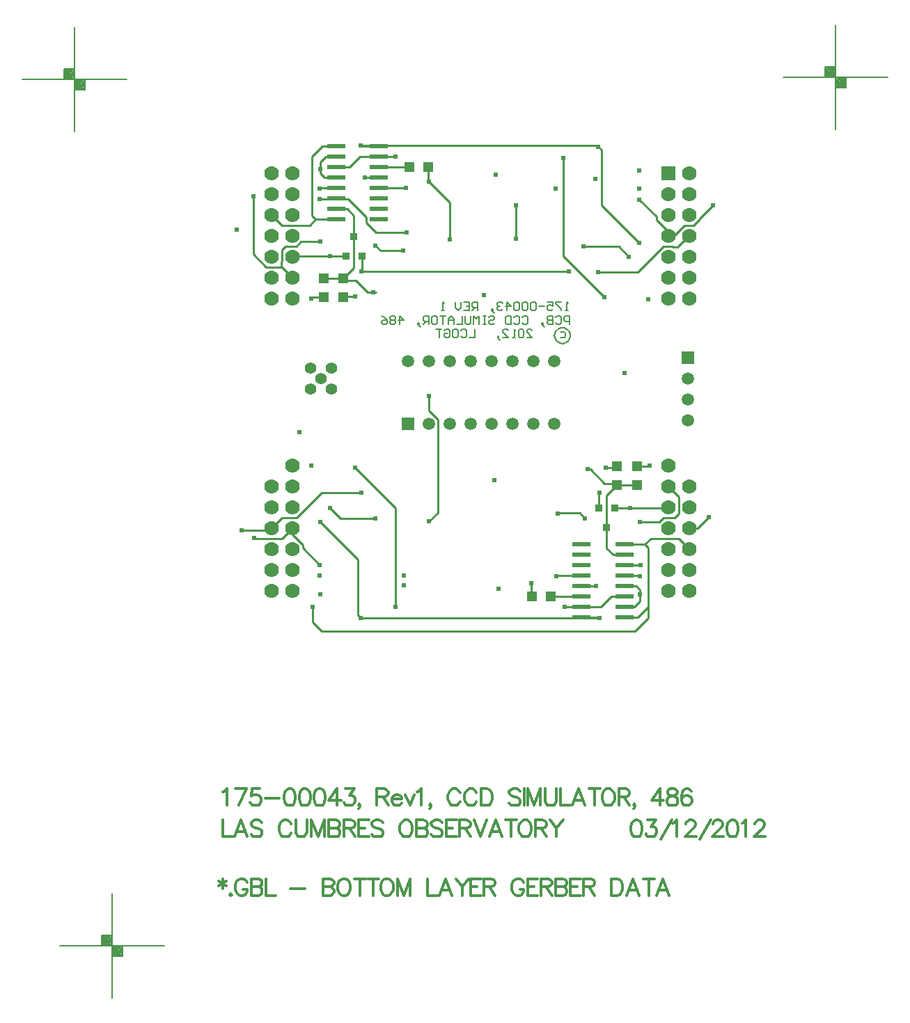
<source format=gbl>
%FSLAX23Y23*%
%MOIN*%
G70*
G01*
G75*
G04 Layer_Physical_Order=6*
G04 Layer_Color=16711680*
%ADD10R,0.070X0.135*%
%ADD11R,0.087X0.024*%
%ADD12R,0.135X0.070*%
%ADD13R,0.050X0.050*%
%ADD14R,0.050X0.050*%
%ADD15R,0.035X0.037*%
%ADD16R,0.035X0.037*%
%ADD17C,0.010*%
%ADD18C,0.012*%
%ADD19C,0.008*%
%ADD20C,0.012*%
%ADD21C,0.012*%
%ADD22R,0.059X0.059*%
%ADD23C,0.059*%
%ADD24C,0.055*%
%ADD25R,0.070X0.070*%
%ADD26C,0.070*%
%ADD27C,0.024*%
%ADD28C,0.040*%
%ADD29C,0.075*%
G04:AMPARAMS|DCode=30|XSize=95.433mil|YSize=95.433mil|CornerRadius=0mil|HoleSize=0mil|Usage=FLASHONLY|Rotation=0.000|XOffset=0mil|YOffset=0mil|HoleType=Round|Shape=Relief|Width=10mil|Gap=10mil|Entries=4|*
%AMTHD30*
7,0,0,0.095,0.075,0.010,45*
%
%ADD30THD30*%
G04:AMPARAMS|DCode=31|XSize=93.465mil|YSize=93.465mil|CornerRadius=0mil|HoleSize=0mil|Usage=FLASHONLY|Rotation=0.000|XOffset=0mil|YOffset=0mil|HoleType=Round|Shape=Relief|Width=10mil|Gap=10mil|Entries=4|*
%AMTHD31*
7,0,0,0.093,0.073,0.010,45*
%
%ADD31THD31*%
%ADD32C,0.073*%
G04:AMPARAMS|DCode=33|XSize=100mil|YSize=100mil|CornerRadius=0mil|HoleSize=0mil|Usage=FLASHONLY|Rotation=0.000|XOffset=0mil|YOffset=0mil|HoleType=Round|Shape=Relief|Width=10mil|Gap=10mil|Entries=4|*
%AMTHD33*
7,0,0,0.100,0.080,0.010,45*
%
%ADD33THD33*%
%ADD34C,0.080*%
%ADD35C,0.050*%
G04:AMPARAMS|DCode=36|XSize=70mil|YSize=70mil|CornerRadius=0mil|HoleSize=0mil|Usage=FLASHONLY|Rotation=0.000|XOffset=0mil|YOffset=0mil|HoleType=Round|Shape=Relief|Width=10mil|Gap=10mil|Entries=4|*
%AMTHD36*
7,0,0,0.070,0.050,0.010,45*
%
%ADD36THD36*%
%ADD37C,0.005*%
%ADD38C,0.006*%
D11*
X15832Y7628D02*
D03*
Y7678D02*
D03*
Y7728D02*
D03*
Y7778D02*
D03*
Y7828D02*
D03*
Y7878D02*
D03*
Y7928D02*
D03*
Y7978D02*
D03*
X16037Y7628D02*
D03*
Y7678D02*
D03*
Y7728D02*
D03*
Y7778D02*
D03*
Y7828D02*
D03*
Y7878D02*
D03*
Y7928D02*
D03*
Y7978D02*
D03*
X14861Y9886D02*
D03*
Y9836D02*
D03*
Y9786D02*
D03*
Y9736D02*
D03*
Y9686D02*
D03*
Y9636D02*
D03*
Y9586D02*
D03*
Y9536D02*
D03*
X14656Y9886D02*
D03*
Y9836D02*
D03*
Y9786D02*
D03*
Y9736D02*
D03*
Y9686D02*
D03*
Y9636D02*
D03*
Y9586D02*
D03*
Y9536D02*
D03*
D13*
X15684Y7729D02*
D03*
X15594D02*
D03*
X15008Y9785D02*
D03*
X15098D02*
D03*
D14*
X16096Y8262D02*
D03*
Y8352D02*
D03*
X14596Y9252D02*
D03*
Y9162D02*
D03*
X16001Y8262D02*
D03*
Y8352D02*
D03*
X14691Y9252D02*
D03*
Y9162D02*
D03*
D15*
X15951Y8061D02*
D03*
X15914Y8153D02*
D03*
X14741Y9453D02*
D03*
X14779Y9361D02*
D03*
D16*
X15989Y8153D02*
D03*
X14704Y9361D02*
D03*
D17*
X14259Y9370D02*
Y9647D01*
Y9370D02*
X14322Y9307D01*
X14394D01*
X14395Y9308D01*
X16396Y9540D02*
X16459Y9603D01*
X16396Y9536D02*
Y9540D01*
X16367Y9507D02*
X16396Y9536D01*
X16325Y9507D02*
X16367D01*
X16275Y9457D02*
X16325Y9507D01*
X16246Y9457D02*
X16275D01*
X14334Y8045D02*
X14346Y8057D01*
X14203Y8045D02*
X14334D01*
X15516Y9442D02*
Y9603D01*
X15099Y9716D02*
X15200Y9615D01*
X15098Y9717D02*
X15099Y9716D01*
X15200Y9441D02*
Y9615D01*
X15101Y8089D02*
X15143Y8131D01*
Y8525D01*
X15144Y8526D01*
Y8575D01*
X15101Y8618D02*
X15144Y8575D01*
X15101Y8618D02*
Y8688D01*
X14656Y9636D02*
X14658Y9634D01*
X14715D01*
X14802Y9547D01*
Y9518D02*
X14847Y9473D01*
X14994D01*
X14802Y9518D02*
Y9547D01*
X14656Y9586D02*
X14709D01*
X14741Y9554D01*
Y9453D02*
Y9554D01*
X14543Y7605D02*
Y7681D01*
Y7605D02*
X14586Y7562D01*
X16086D01*
X16150Y7626D01*
Y7678D01*
X15767Y9287D02*
X15769Y9285D01*
X14776Y9287D02*
X15767D01*
X16387Y8057D02*
X16441Y8111D01*
X16346Y8057D02*
X16387D01*
X14775Y7626D02*
X15917D01*
X14775Y9888D02*
X15907D01*
X14396Y9389D02*
X14414Y9407D01*
X14396Y9335D02*
Y9389D01*
X14467Y9407D02*
X14488Y9428D01*
X14395Y9308D02*
X14446Y9257D01*
X14395Y9334D02*
X14396Y9335D01*
X14488Y9428D02*
X14580D01*
X14414Y9407D02*
X14467D01*
X14395Y9308D02*
Y9334D01*
X14775Y9888D02*
X14777Y9886D01*
X14861D01*
Y9786D02*
X14862Y9785D01*
X14608Y9836D02*
X14656D01*
X14769D02*
X14861D01*
X14656Y9786D02*
X14719D01*
X14769Y9836D01*
X14599Y9736D02*
X14656D01*
X14580Y9755D02*
X14599Y9736D01*
X14580Y9755D02*
Y9775D01*
Y9808D01*
X14608Y9836D01*
X14654Y9634D02*
X14656Y9636D01*
X14578Y9634D02*
X14654D01*
X14529Y9507D02*
X14558Y9536D01*
X14396Y9507D02*
X14529D01*
X14346Y9557D02*
X14396Y9507D01*
X14558Y9536D02*
X14656D01*
X14542Y9552D02*
X14558Y9536D01*
X14542Y9552D02*
Y9836D01*
X14592Y9886D02*
X14656D01*
X14542Y9836D02*
X14592Y9886D01*
X14862Y9785D02*
X15008D01*
X14845Y9410D02*
X14869Y9386D01*
X14978D01*
X14628Y9361D02*
X14704D01*
X14450D02*
X14628D01*
X14776Y9287D02*
X14779Y9289D01*
Y9361D01*
X14541Y9162D02*
X14596D01*
X14536Y9157D02*
X14541Y9162D01*
X14806Y9187D02*
X14846D01*
X14750Y9243D02*
X14806Y9187D01*
X14700Y9243D02*
X14750D01*
X14741Y9302D02*
Y9453D01*
X14691Y9252D02*
X14700Y9243D01*
X14596Y9252D02*
X14691D01*
X14741Y9302D01*
X14940Y9836D02*
X14941Y9835D01*
X14861Y9836D02*
X14940D01*
X14696Y9167D02*
X14746D01*
X14691Y9162D02*
X14696Y9167D01*
X16271Y9403D02*
X16290D01*
X16267Y9407D02*
X16271Y9403D01*
X16223Y9407D02*
X16267D01*
X16099Y9283D02*
X16223Y9407D01*
X15841Y9406D02*
X16009D01*
X16058Y9357D01*
X15910Y9283D02*
X16099D01*
X16290Y9403D02*
X16340Y9453D01*
X15926Y9604D02*
Y9869D01*
X15911Y9884D02*
X15926Y9869D01*
Y9604D02*
X16106Y9424D01*
X15745Y9358D02*
X15940Y9163D01*
X15745Y9358D02*
Y9831D01*
X16190Y9532D02*
X16240Y9482D01*
X16190Y9532D02*
Y9548D01*
X16108Y9630D02*
X16190Y9548D01*
X16204Y8086D02*
X16225Y8107D01*
X15832Y7628D02*
X15915D01*
X16112Y8086D02*
X16204D01*
X16297Y8179D02*
Y8206D01*
X16296Y8178D02*
X16297Y8179D01*
X16246Y8257D02*
X16297Y8206D01*
X16278Y8107D02*
X16296Y8125D01*
X16225Y8107D02*
X16278D01*
X16296Y8125D02*
Y8178D01*
X15915Y7628D02*
X15917Y7626D01*
X15831Y7729D02*
X15832Y7728D01*
X16037Y7678D02*
X16084D01*
X15832D02*
X15923D01*
X15973Y7728D02*
X16037D01*
X15923Y7678D02*
X15973Y7728D01*
X16037Y7778D02*
X16093D01*
X16112Y7759D01*
Y7739D02*
Y7759D01*
X16084Y7678D02*
X16112Y7706D01*
Y7739D01*
X16039Y7880D02*
X16114D01*
X16037Y7878D02*
X16039Y7880D01*
X16037Y7978D02*
X16134D01*
X16150Y7962D01*
Y7678D02*
Y7962D01*
X16134Y7978D02*
X16163Y8007D01*
X16037Y7628D02*
X16100D01*
X16150Y7678D01*
X16163Y8007D02*
X16296D01*
X16346Y7957D01*
X15684Y7729D02*
X15831D01*
X15951Y7960D02*
Y8061D01*
Y7960D02*
X15983Y7928D01*
X16037D01*
X15823Y8128D02*
X15847Y8104D01*
X15989Y8153D02*
X16064D01*
X16242D01*
X15914Y8224D02*
X15916Y8227D01*
X15914Y8153D02*
Y8224D01*
X16096Y8352D02*
X16151D01*
X16156Y8357D01*
X15942Y8271D02*
X15992D01*
X15951Y8061D02*
Y8212D01*
X15992Y8271D02*
X16001Y8262D01*
X16096D01*
X15951Y8212D02*
X16001Y8262D01*
X15751Y7679D02*
X15752Y7678D01*
X15832D01*
X15946Y8347D02*
X15996D01*
X16001Y8352D01*
X14677Y8104D02*
X14845D01*
X14628Y8153D02*
X14677Y8104D01*
X14580Y8086D02*
X14760Y7906D01*
Y7641D02*
Y7906D01*
Y7641D02*
X14775Y7626D01*
X14746Y8347D02*
X14941Y8152D01*
Y7679D02*
Y8152D01*
X14496Y7962D02*
X14578Y7880D01*
X14496Y7962D02*
Y7977D01*
X14446Y8027D02*
X14496Y7977D01*
X14446Y8027D02*
Y8057D01*
X14587Y8227D02*
X14776D01*
X14467Y8107D02*
X14587Y8227D01*
X14396Y8107D02*
X14467D01*
X14346Y8057D02*
X14396Y8107D01*
X14861Y9686D02*
X14990D01*
X15710Y7828D02*
X15832D01*
X15709Y7827D02*
X15710Y7828D01*
X15832Y7778D02*
X15901D01*
X14795Y9736D02*
X14861D01*
X14794Y9735D02*
X14795Y9736D01*
X14579Y9686D02*
X14656D01*
X14577Y9684D02*
X14579Y9686D01*
X16037Y7828D02*
X16110D01*
X16111Y7827D01*
X15098Y9717D02*
Y9785D01*
X15592Y7792D02*
X15594Y7790D01*
X15592Y7731D02*
Y7792D01*
X15717Y8128D02*
X15823D01*
X15716Y8127D02*
X15717Y8128D01*
X15861Y8339D02*
X15874D01*
X15942Y8271D01*
X14396Y8007D02*
X14446Y8057D01*
X14263Y8007D02*
X14396D01*
D18*
X14113Y6377D02*
Y6331D01*
X14094Y6366D02*
X14132Y6343D01*
Y6366D02*
X14094Y6343D01*
X14152Y6305D02*
X14148Y6301D01*
X14152Y6297D01*
X14156Y6301D01*
X14152Y6305D01*
X14231Y6358D02*
X14227Y6366D01*
X14219Y6373D01*
X14212Y6377D01*
X14196D01*
X14189Y6373D01*
X14181Y6366D01*
X14177Y6358D01*
X14174Y6347D01*
Y6327D01*
X14177Y6316D01*
X14181Y6308D01*
X14189Y6301D01*
X14196Y6297D01*
X14212D01*
X14219Y6301D01*
X14227Y6308D01*
X14231Y6316D01*
Y6327D01*
X14212D02*
X14231D01*
X14249Y6377D02*
Y6297D01*
Y6377D02*
X14283D01*
X14295Y6373D01*
X14299Y6369D01*
X14302Y6362D01*
Y6354D01*
X14299Y6347D01*
X14295Y6343D01*
X14283Y6339D01*
X14249D02*
X14283D01*
X14295Y6335D01*
X14299Y6331D01*
X14302Y6324D01*
Y6312D01*
X14299Y6305D01*
X14295Y6301D01*
X14283Y6297D01*
X14249D01*
X14320Y6377D02*
Y6297D01*
X14366D01*
X14438Y6331D02*
X14506D01*
X14593Y6377D02*
Y6297D01*
Y6377D02*
X14627D01*
X14638Y6373D01*
X14642Y6369D01*
X14646Y6362D01*
Y6354D01*
X14642Y6347D01*
X14638Y6343D01*
X14627Y6339D01*
X14593D02*
X14627D01*
X14638Y6335D01*
X14642Y6331D01*
X14646Y6324D01*
Y6312D01*
X14642Y6305D01*
X14638Y6301D01*
X14627Y6297D01*
X14593D01*
X14687Y6377D02*
X14679Y6373D01*
X14671Y6366D01*
X14668Y6358D01*
X14664Y6347D01*
Y6327D01*
X14668Y6316D01*
X14671Y6308D01*
X14679Y6301D01*
X14687Y6297D01*
X14702D01*
X14709Y6301D01*
X14717Y6308D01*
X14721Y6316D01*
X14725Y6327D01*
Y6347D01*
X14721Y6358D01*
X14717Y6366D01*
X14709Y6373D01*
X14702Y6377D01*
X14687D01*
X14770D02*
Y6297D01*
X14743Y6377D02*
X14797D01*
X14833D02*
Y6297D01*
X14806Y6377D02*
X14860D01*
X14892D02*
X14884Y6373D01*
X14877Y6366D01*
X14873Y6358D01*
X14869Y6347D01*
Y6327D01*
X14873Y6316D01*
X14877Y6308D01*
X14884Y6301D01*
X14892Y6297D01*
X14907D01*
X14915Y6301D01*
X14922Y6308D01*
X14926Y6316D01*
X14930Y6327D01*
Y6347D01*
X14926Y6358D01*
X14922Y6366D01*
X14915Y6373D01*
X14907Y6377D01*
X14892D01*
X14949D02*
Y6297D01*
Y6377D02*
X14979Y6297D01*
X15010Y6377D02*
X14979Y6297D01*
X15010Y6377D02*
Y6297D01*
X15095Y6377D02*
Y6297D01*
X15141D01*
X15211D02*
X15180Y6377D01*
X15150Y6297D01*
X15161Y6324D02*
X15199D01*
X15229Y6377D02*
X15260Y6339D01*
Y6297D01*
X15290Y6377D02*
X15260Y6339D01*
X15350Y6377D02*
X15301D01*
Y6297D01*
X15350D01*
X15301Y6339D02*
X15331D01*
X15363Y6377D02*
Y6297D01*
Y6377D02*
X15398D01*
X15409Y6373D01*
X15413Y6369D01*
X15417Y6362D01*
Y6354D01*
X15413Y6347D01*
X15409Y6343D01*
X15398Y6339D01*
X15363D01*
X15390D02*
X15417Y6297D01*
X15555Y6358D02*
X15551Y6366D01*
X15543Y6373D01*
X15536Y6377D01*
X15520D01*
X15513Y6373D01*
X15505Y6366D01*
X15501Y6358D01*
X15498Y6347D01*
Y6327D01*
X15501Y6316D01*
X15505Y6308D01*
X15513Y6301D01*
X15520Y6297D01*
X15536D01*
X15543Y6301D01*
X15551Y6308D01*
X15555Y6316D01*
Y6327D01*
X15536D02*
X15555D01*
X15622Y6377D02*
X15573D01*
Y6297D01*
X15622D01*
X15573Y6339D02*
X15603D01*
X15636Y6377D02*
Y6297D01*
Y6377D02*
X15670D01*
X15681Y6373D01*
X15685Y6369D01*
X15689Y6362D01*
Y6354D01*
X15685Y6347D01*
X15681Y6343D01*
X15670Y6339D01*
X15636D01*
X15662D02*
X15689Y6297D01*
X15707Y6377D02*
Y6297D01*
Y6377D02*
X15741D01*
X15753Y6373D01*
X15757Y6369D01*
X15760Y6362D01*
Y6354D01*
X15757Y6347D01*
X15753Y6343D01*
X15741Y6339D01*
X15707D02*
X15741D01*
X15753Y6335D01*
X15757Y6331D01*
X15760Y6324D01*
Y6312D01*
X15757Y6305D01*
X15753Y6301D01*
X15741Y6297D01*
X15707D01*
X15828Y6377D02*
X15778D01*
Y6297D01*
X15828D01*
X15778Y6339D02*
X15809D01*
X15841Y6377D02*
Y6297D01*
Y6377D02*
X15875D01*
X15887Y6373D01*
X15891Y6369D01*
X15894Y6362D01*
Y6354D01*
X15891Y6347D01*
X15887Y6343D01*
X15875Y6339D01*
X15841D01*
X15868D02*
X15894Y6297D01*
X15975Y6377D02*
Y6297D01*
Y6377D02*
X16002D01*
X16013Y6373D01*
X16021Y6366D01*
X16025Y6358D01*
X16028Y6347D01*
Y6327D01*
X16025Y6316D01*
X16021Y6308D01*
X16013Y6301D01*
X16002Y6297D01*
X15975D01*
X16107D02*
X16077Y6377D01*
X16046Y6297D01*
X16058Y6324D02*
X16096D01*
X16153Y6377D02*
Y6297D01*
X16126Y6377D02*
X16179D01*
X16250Y6297D02*
X16219Y6377D01*
X16189Y6297D01*
X16200Y6324D02*
X16238D01*
D19*
X16796Y10217D02*
X17296D01*
X17046Y9967D02*
Y10467D01*
X17096Y10167D02*
Y10217D01*
X17046Y10167D02*
X17096D01*
X16996Y10217D02*
Y10267D01*
X17046D01*
X17001Y10222D02*
X17041D01*
X17001D02*
Y10262D01*
X17041D01*
Y10222D02*
Y10262D01*
X17006Y10227D02*
X17036D01*
X17006D02*
Y10257D01*
X17036D01*
Y10232D02*
Y10257D01*
X17011Y10232D02*
X17031D01*
X17011D02*
Y10252D01*
X17031D01*
Y10237D02*
Y10252D01*
X17016Y10237D02*
X17026D01*
X17016D02*
Y10247D01*
X17026D01*
Y10237D02*
Y10247D01*
X17016Y10242D02*
X17026D01*
X17051Y10172D02*
X17091D01*
X17051D02*
Y10212D01*
X17091D01*
Y10172D02*
Y10212D01*
X17056Y10177D02*
X17086D01*
X17056D02*
Y10207D01*
X17086D01*
Y10182D02*
Y10207D01*
X17061Y10182D02*
X17081D01*
X17061D02*
Y10202D01*
X17081D01*
Y10187D02*
Y10202D01*
X17066Y10187D02*
X17076D01*
X17066D02*
Y10197D01*
X17076D01*
Y10187D02*
Y10197D01*
X17066Y10192D02*
X17076D01*
X13155Y10207D02*
X13655D01*
X13405Y9957D02*
Y10457D01*
X13455Y10157D02*
Y10207D01*
X13405Y10157D02*
X13455D01*
X13355Y10207D02*
Y10257D01*
X13405D01*
X13360Y10212D02*
X13400D01*
X13360D02*
Y10252D01*
X13400D01*
Y10212D02*
Y10252D01*
X13365Y10217D02*
X13395D01*
X13365D02*
Y10247D01*
X13395D01*
Y10222D02*
Y10247D01*
X13370Y10222D02*
X13390D01*
X13370D02*
Y10242D01*
X13390D01*
Y10227D02*
Y10242D01*
X13375Y10227D02*
X13385D01*
X13375D02*
Y10237D01*
X13385D01*
Y10227D02*
Y10237D01*
X13375Y10232D02*
X13385D01*
X13410Y10162D02*
X13450D01*
X13410D02*
Y10202D01*
X13450D01*
Y10162D02*
Y10202D01*
X13415Y10167D02*
X13445D01*
X13415D02*
Y10197D01*
X13445D01*
Y10172D02*
Y10197D01*
X13420Y10172D02*
X13440D01*
X13420D02*
Y10192D01*
X13440D01*
Y10177D02*
Y10192D01*
X13425Y10177D02*
X13435D01*
X13425D02*
Y10187D01*
X13435D01*
Y10177D02*
Y10187D01*
X13425Y10182D02*
X13435D01*
X13334Y6057D02*
X13834D01*
X13584Y5807D02*
Y6307D01*
X13634Y6007D02*
Y6057D01*
X13584Y6007D02*
X13634D01*
X13534Y6057D02*
Y6107D01*
X13584D01*
X13539Y6062D02*
X13579D01*
X13539D02*
Y6102D01*
X13579D01*
Y6062D02*
Y6102D01*
X13544Y6067D02*
X13574D01*
X13544D02*
Y6097D01*
X13574D01*
Y6072D02*
Y6097D01*
X13549Y6072D02*
X13569D01*
X13549D02*
Y6092D01*
X13569D01*
Y6077D02*
Y6092D01*
X13554Y6077D02*
X13564D01*
X13554D02*
Y6087D01*
X13564D01*
Y6077D02*
Y6087D01*
X13554Y6082D02*
X13564D01*
X13589Y6012D02*
X13629D01*
X13589D02*
Y6052D01*
X13629D01*
Y6012D02*
Y6052D01*
X13594Y6017D02*
X13624D01*
X13594D02*
Y6047D01*
X13624D01*
Y6022D02*
Y6047D01*
X13599Y6022D02*
X13619D01*
X13599D02*
Y6042D01*
X13619D01*
Y6027D02*
Y6042D01*
X13604Y6027D02*
X13614D01*
X13604D02*
Y6037D01*
X13614D01*
Y6027D02*
Y6037D01*
X13604Y6032D02*
X13614D01*
D20*
X14115Y6658D02*
Y6578D01*
X14161D01*
X14230D02*
X14200Y6658D01*
X14169Y6578D01*
X14181Y6604D02*
X14219D01*
X14302Y6646D02*
X14295Y6654D01*
X14283Y6658D01*
X14268D01*
X14257Y6654D01*
X14249Y6646D01*
Y6639D01*
X14253Y6631D01*
X14257Y6627D01*
X14264Y6623D01*
X14287Y6616D01*
X14295Y6612D01*
X14299Y6608D01*
X14302Y6600D01*
Y6589D01*
X14295Y6581D01*
X14283Y6578D01*
X14268D01*
X14257Y6581D01*
X14249Y6589D01*
X14440Y6639D02*
X14436Y6646D01*
X14429Y6654D01*
X14421Y6658D01*
X14406D01*
X14398Y6654D01*
X14391Y6646D01*
X14387Y6639D01*
X14383Y6627D01*
Y6608D01*
X14387Y6597D01*
X14391Y6589D01*
X14398Y6581D01*
X14406Y6578D01*
X14421D01*
X14429Y6581D01*
X14436Y6589D01*
X14440Y6597D01*
X14463Y6658D02*
Y6600D01*
X14467Y6589D01*
X14474Y6581D01*
X14486Y6578D01*
X14493D01*
X14505Y6581D01*
X14512Y6589D01*
X14516Y6600D01*
Y6658D01*
X14538D02*
Y6578D01*
Y6658D02*
X14569Y6578D01*
X14599Y6658D02*
X14569Y6578D01*
X14599Y6658D02*
Y6578D01*
X14622Y6658D02*
Y6578D01*
Y6658D02*
X14656D01*
X14668Y6654D01*
X14671Y6650D01*
X14675Y6642D01*
Y6635D01*
X14671Y6627D01*
X14668Y6623D01*
X14656Y6619D01*
X14622D02*
X14656D01*
X14668Y6616D01*
X14671Y6612D01*
X14675Y6604D01*
Y6593D01*
X14671Y6585D01*
X14668Y6581D01*
X14656Y6578D01*
X14622D01*
X14693Y6658D02*
Y6578D01*
Y6658D02*
X14727D01*
X14739Y6654D01*
X14743Y6650D01*
X14747Y6642D01*
Y6635D01*
X14743Y6627D01*
X14739Y6623D01*
X14727Y6619D01*
X14693D01*
X14720D02*
X14747Y6578D01*
X14814Y6658D02*
X14764D01*
Y6578D01*
X14814D01*
X14764Y6619D02*
X14795D01*
X14881Y6646D02*
X14873Y6654D01*
X14862Y6658D01*
X14846D01*
X14835Y6654D01*
X14827Y6646D01*
Y6639D01*
X14831Y6631D01*
X14835Y6627D01*
X14842Y6623D01*
X14865Y6616D01*
X14873Y6612D01*
X14877Y6608D01*
X14881Y6600D01*
Y6589D01*
X14873Y6581D01*
X14862Y6578D01*
X14846D01*
X14835Y6581D01*
X14827Y6589D01*
X14984Y6658D02*
X14977Y6654D01*
X14969Y6646D01*
X14965Y6639D01*
X14961Y6627D01*
Y6608D01*
X14965Y6597D01*
X14969Y6589D01*
X14977Y6581D01*
X14984Y6578D01*
X14999D01*
X15007Y6581D01*
X15015Y6589D01*
X15018Y6597D01*
X15022Y6608D01*
Y6627D01*
X15018Y6639D01*
X15015Y6646D01*
X15007Y6654D01*
X14999Y6658D01*
X14984D01*
X15041D02*
Y6578D01*
Y6658D02*
X15075D01*
X15087Y6654D01*
X15090Y6650D01*
X15094Y6642D01*
Y6635D01*
X15090Y6627D01*
X15087Y6623D01*
X15075Y6619D01*
X15041D02*
X15075D01*
X15087Y6616D01*
X15090Y6612D01*
X15094Y6604D01*
Y6593D01*
X15090Y6585D01*
X15087Y6581D01*
X15075Y6578D01*
X15041D01*
X15165Y6646D02*
X15158Y6654D01*
X15146Y6658D01*
X15131D01*
X15120Y6654D01*
X15112Y6646D01*
Y6639D01*
X15116Y6631D01*
X15120Y6627D01*
X15127Y6623D01*
X15150Y6616D01*
X15158Y6612D01*
X15162Y6608D01*
X15165Y6600D01*
Y6589D01*
X15158Y6581D01*
X15146Y6578D01*
X15131D01*
X15120Y6581D01*
X15112Y6589D01*
X15233Y6658D02*
X15183D01*
Y6578D01*
X15233D01*
X15183Y6619D02*
X15214D01*
X15246Y6658D02*
Y6578D01*
Y6658D02*
X15280D01*
X15292Y6654D01*
X15296Y6650D01*
X15300Y6642D01*
Y6635D01*
X15296Y6627D01*
X15292Y6623D01*
X15280Y6619D01*
X15246D01*
X15273D02*
X15300Y6578D01*
X15317Y6658D02*
X15348Y6578D01*
X15378Y6658D02*
X15348Y6578D01*
X15450D02*
X15419Y6658D01*
X15389Y6578D01*
X15400Y6604D02*
X15438D01*
X15495Y6658D02*
Y6578D01*
X15468Y6658D02*
X15522D01*
X15554D02*
X15546Y6654D01*
X15539Y6646D01*
X15535Y6639D01*
X15531Y6627D01*
Y6608D01*
X15535Y6597D01*
X15539Y6589D01*
X15546Y6581D01*
X15554Y6578D01*
X15569D01*
X15577Y6581D01*
X15584Y6589D01*
X15588Y6597D01*
X15592Y6608D01*
Y6627D01*
X15588Y6639D01*
X15584Y6646D01*
X15577Y6654D01*
X15569Y6658D01*
X15554D01*
X15611D02*
Y6578D01*
Y6658D02*
X15645D01*
X15656Y6654D01*
X15660Y6650D01*
X15664Y6642D01*
Y6635D01*
X15660Y6627D01*
X15656Y6623D01*
X15645Y6619D01*
X15611D01*
X15637D02*
X15664Y6578D01*
X15682Y6658D02*
X15712Y6619D01*
Y6578D01*
X15743Y6658D02*
X15712Y6619D01*
X16090Y6658D02*
X16079Y6654D01*
X16071Y6642D01*
X16067Y6623D01*
Y6612D01*
X16071Y6593D01*
X16079Y6581D01*
X16090Y6578D01*
X16098D01*
X16109Y6581D01*
X16117Y6593D01*
X16121Y6612D01*
Y6623D01*
X16117Y6642D01*
X16109Y6654D01*
X16098Y6658D01*
X16090D01*
X16146D02*
X16188D01*
X16165Y6627D01*
X16177D01*
X16184Y6623D01*
X16188Y6619D01*
X16192Y6608D01*
Y6600D01*
X16188Y6589D01*
X16180Y6581D01*
X16169Y6578D01*
X16158D01*
X16146Y6581D01*
X16142Y6585D01*
X16139Y6593D01*
X16210Y6566D02*
X16263Y6658D01*
X16268Y6642D02*
X16276Y6646D01*
X16288Y6658D01*
Y6578D01*
X16331Y6639D02*
Y6642D01*
X16335Y6650D01*
X16339Y6654D01*
X16346Y6658D01*
X16361D01*
X16369Y6654D01*
X16373Y6650D01*
X16377Y6642D01*
Y6635D01*
X16373Y6627D01*
X16365Y6616D01*
X16327Y6578D01*
X16380D01*
X16398Y6566D02*
X16452Y6658D01*
X16461Y6639D02*
Y6642D01*
X16465Y6650D01*
X16468Y6654D01*
X16476Y6658D01*
X16491D01*
X16499Y6654D01*
X16503Y6650D01*
X16507Y6642D01*
Y6635D01*
X16503Y6627D01*
X16495Y6616D01*
X16457Y6578D01*
X16510D01*
X16551Y6658D02*
X16540Y6654D01*
X16532Y6642D01*
X16528Y6623D01*
Y6612D01*
X16532Y6593D01*
X16540Y6581D01*
X16551Y6578D01*
X16559D01*
X16570Y6581D01*
X16578Y6593D01*
X16582Y6612D01*
Y6623D01*
X16578Y6642D01*
X16570Y6654D01*
X16559Y6658D01*
X16551D01*
X16599Y6642D02*
X16607Y6646D01*
X16618Y6658D01*
Y6578D01*
X16662Y6639D02*
Y6642D01*
X16666Y6650D01*
X16670Y6654D01*
X16677Y6658D01*
X16692D01*
X16700Y6654D01*
X16704Y6650D01*
X16708Y6642D01*
Y6635D01*
X16704Y6627D01*
X16696Y6616D01*
X16658Y6578D01*
X16711D01*
D21*
X14115Y6792D02*
X14123Y6796D01*
X14134Y6808D01*
Y6728D01*
X14227Y6808D02*
X14189Y6728D01*
X14174Y6808D02*
X14227D01*
X14291D02*
X14253D01*
X14249Y6773D01*
X14253Y6777D01*
X14264Y6781D01*
X14275D01*
X14287Y6777D01*
X14294Y6769D01*
X14298Y6758D01*
Y6750D01*
X14294Y6739D01*
X14287Y6731D01*
X14275Y6728D01*
X14264D01*
X14253Y6731D01*
X14249Y6735D01*
X14245Y6743D01*
X14316Y6762D02*
X14385D01*
X14431Y6808D02*
X14420Y6804D01*
X14412Y6792D01*
X14408Y6773D01*
Y6762D01*
X14412Y6743D01*
X14420Y6731D01*
X14431Y6728D01*
X14439D01*
X14450Y6731D01*
X14458Y6743D01*
X14462Y6762D01*
Y6773D01*
X14458Y6792D01*
X14450Y6804D01*
X14439Y6808D01*
X14431D01*
X14502D02*
X14491Y6804D01*
X14483Y6792D01*
X14480Y6773D01*
Y6762D01*
X14483Y6743D01*
X14491Y6731D01*
X14502Y6728D01*
X14510D01*
X14521Y6731D01*
X14529Y6743D01*
X14533Y6762D01*
Y6773D01*
X14529Y6792D01*
X14521Y6804D01*
X14510Y6808D01*
X14502D01*
X14574D02*
X14562Y6804D01*
X14555Y6792D01*
X14551Y6773D01*
Y6762D01*
X14555Y6743D01*
X14562Y6731D01*
X14574Y6728D01*
X14581D01*
X14593Y6731D01*
X14600Y6743D01*
X14604Y6762D01*
Y6773D01*
X14600Y6792D01*
X14593Y6804D01*
X14581Y6808D01*
X14574D01*
X14660D02*
X14622Y6754D01*
X14679D01*
X14660Y6808D02*
Y6728D01*
X14701Y6808D02*
X14743D01*
X14720Y6777D01*
X14731D01*
X14739Y6773D01*
X14743Y6769D01*
X14747Y6758D01*
Y6750D01*
X14743Y6739D01*
X14735Y6731D01*
X14724Y6728D01*
X14712D01*
X14701Y6731D01*
X14697Y6735D01*
X14693Y6743D01*
X14772Y6731D02*
X14768Y6728D01*
X14764Y6731D01*
X14768Y6735D01*
X14772Y6731D01*
Y6724D01*
X14768Y6716D01*
X14764Y6712D01*
X14852Y6808D02*
Y6728D01*
Y6808D02*
X14887D01*
X14898Y6804D01*
X14902Y6800D01*
X14906Y6792D01*
Y6785D01*
X14902Y6777D01*
X14898Y6773D01*
X14887Y6769D01*
X14852D01*
X14879D02*
X14906Y6728D01*
X14924Y6758D02*
X14969D01*
Y6766D01*
X14966Y6773D01*
X14962Y6777D01*
X14954Y6781D01*
X14943D01*
X14935Y6777D01*
X14927Y6769D01*
X14924Y6758D01*
Y6750D01*
X14927Y6739D01*
X14935Y6731D01*
X14943Y6728D01*
X14954D01*
X14962Y6731D01*
X14969Y6739D01*
X14986Y6781D02*
X15009Y6728D01*
X15032Y6781D02*
X15009Y6728D01*
X15045Y6792D02*
X15053Y6796D01*
X15064Y6808D01*
Y6728D01*
X15111Y6731D02*
X15108Y6728D01*
X15104Y6731D01*
X15108Y6735D01*
X15111Y6731D01*
Y6724D01*
X15108Y6716D01*
X15104Y6712D01*
X15249Y6789D02*
X15245Y6796D01*
X15237Y6804D01*
X15230Y6808D01*
X15215D01*
X15207Y6804D01*
X15199Y6796D01*
X15196Y6789D01*
X15192Y6777D01*
Y6758D01*
X15196Y6747D01*
X15199Y6739D01*
X15207Y6731D01*
X15215Y6728D01*
X15230D01*
X15237Y6731D01*
X15245Y6739D01*
X15249Y6747D01*
X15328Y6789D02*
X15325Y6796D01*
X15317Y6804D01*
X15309Y6808D01*
X15294D01*
X15287Y6804D01*
X15279Y6796D01*
X15275Y6789D01*
X15271Y6777D01*
Y6758D01*
X15275Y6747D01*
X15279Y6739D01*
X15287Y6731D01*
X15294Y6728D01*
X15309D01*
X15317Y6731D01*
X15325Y6739D01*
X15328Y6747D01*
X15351Y6808D02*
Y6728D01*
Y6808D02*
X15378D01*
X15389Y6804D01*
X15397Y6796D01*
X15400Y6789D01*
X15404Y6777D01*
Y6758D01*
X15400Y6747D01*
X15397Y6739D01*
X15389Y6731D01*
X15378Y6728D01*
X15351D01*
X15538Y6796D02*
X15531Y6804D01*
X15519Y6808D01*
X15504D01*
X15493Y6804D01*
X15485Y6796D01*
Y6789D01*
X15489Y6781D01*
X15493Y6777D01*
X15500Y6773D01*
X15523Y6766D01*
X15531Y6762D01*
X15535Y6758D01*
X15538Y6750D01*
Y6739D01*
X15531Y6731D01*
X15519Y6728D01*
X15504D01*
X15493Y6731D01*
X15485Y6739D01*
X15556Y6808D02*
Y6728D01*
X15573Y6808D02*
Y6728D01*
Y6808D02*
X15603Y6728D01*
X15634Y6808D02*
X15603Y6728D01*
X15634Y6808D02*
Y6728D01*
X15657Y6808D02*
Y6750D01*
X15661Y6739D01*
X15668Y6731D01*
X15680Y6728D01*
X15687D01*
X15699Y6731D01*
X15706Y6739D01*
X15710Y6750D01*
Y6808D01*
X15732D02*
Y6728D01*
X15778D01*
X15848D02*
X15817Y6808D01*
X15787Y6728D01*
X15798Y6754D02*
X15836D01*
X15893Y6808D02*
Y6728D01*
X15866Y6808D02*
X15920D01*
X15952D02*
X15944Y6804D01*
X15937Y6796D01*
X15933Y6789D01*
X15929Y6777D01*
Y6758D01*
X15933Y6747D01*
X15937Y6739D01*
X15944Y6731D01*
X15952Y6728D01*
X15967D01*
X15975Y6731D01*
X15982Y6739D01*
X15986Y6747D01*
X15990Y6758D01*
Y6777D01*
X15986Y6789D01*
X15982Y6796D01*
X15975Y6804D01*
X15967Y6808D01*
X15952D01*
X16009D02*
Y6728D01*
Y6808D02*
X16043D01*
X16054Y6804D01*
X16058Y6800D01*
X16062Y6792D01*
Y6785D01*
X16058Y6777D01*
X16054Y6773D01*
X16043Y6769D01*
X16009D01*
X16035D02*
X16062Y6728D01*
X16088Y6731D02*
X16084Y6728D01*
X16080Y6731D01*
X16084Y6735D01*
X16088Y6731D01*
Y6724D01*
X16084Y6716D01*
X16080Y6712D01*
X16206Y6808D02*
X16168Y6754D01*
X16225D01*
X16206Y6808D02*
Y6728D01*
X16258Y6808D02*
X16247Y6804D01*
X16243Y6796D01*
Y6789D01*
X16247Y6781D01*
X16254Y6777D01*
X16270Y6773D01*
X16281Y6769D01*
X16289Y6762D01*
X16292Y6754D01*
Y6743D01*
X16289Y6735D01*
X16285Y6731D01*
X16273Y6728D01*
X16258D01*
X16247Y6731D01*
X16243Y6735D01*
X16239Y6743D01*
Y6754D01*
X16243Y6762D01*
X16251Y6769D01*
X16262Y6773D01*
X16277Y6777D01*
X16285Y6781D01*
X16289Y6789D01*
Y6796D01*
X16285Y6804D01*
X16273Y6808D01*
X16258D01*
X16356Y6796D02*
X16352Y6804D01*
X16341Y6808D01*
X16333D01*
X16322Y6804D01*
X16314Y6792D01*
X16310Y6773D01*
Y6754D01*
X16314Y6739D01*
X16322Y6731D01*
X16333Y6728D01*
X16337D01*
X16348Y6731D01*
X16356Y6739D01*
X16360Y6750D01*
Y6754D01*
X16356Y6766D01*
X16348Y6773D01*
X16337Y6777D01*
X16333D01*
X16322Y6773D01*
X16314Y6766D01*
X16310Y6754D01*
D22*
X14999Y8557D02*
D03*
X16342Y8874D02*
D03*
D23*
X15099Y8557D02*
D03*
X15199D02*
D03*
X15299D02*
D03*
X15399D02*
D03*
X15499D02*
D03*
X15599D02*
D03*
X15699D02*
D03*
X14999Y8857D02*
D03*
X15099D02*
D03*
X15199D02*
D03*
X15299D02*
D03*
X15399D02*
D03*
X15499D02*
D03*
X15599D02*
D03*
X15699D02*
D03*
X16342Y8574D02*
D03*
Y8674D02*
D03*
Y8774D02*
D03*
D24*
X14635Y8722D02*
D03*
X14535D02*
D03*
Y8822D02*
D03*
X14635D02*
D03*
X14585Y8772D02*
D03*
D25*
X16246Y9757D02*
D03*
D26*
Y9657D02*
D03*
Y9557D02*
D03*
Y9457D02*
D03*
Y9357D02*
D03*
Y9257D02*
D03*
Y9157D02*
D03*
Y8357D02*
D03*
Y8257D02*
D03*
Y8157D02*
D03*
Y8057D02*
D03*
Y7957D02*
D03*
Y7857D02*
D03*
Y7757D02*
D03*
X16346Y9757D02*
D03*
Y9657D02*
D03*
Y9557D02*
D03*
Y9457D02*
D03*
Y9357D02*
D03*
Y9257D02*
D03*
Y9157D02*
D03*
Y8257D02*
D03*
Y8157D02*
D03*
Y8057D02*
D03*
Y7957D02*
D03*
Y7857D02*
D03*
Y7757D02*
D03*
X14446Y9757D02*
D03*
Y9657D02*
D03*
Y9557D02*
D03*
Y9457D02*
D03*
Y9357D02*
D03*
Y9257D02*
D03*
Y9157D02*
D03*
Y8357D02*
D03*
Y8257D02*
D03*
Y8157D02*
D03*
Y8057D02*
D03*
Y7957D02*
D03*
Y7857D02*
D03*
Y7757D02*
D03*
X14346Y9757D02*
D03*
Y9657D02*
D03*
Y9557D02*
D03*
Y9457D02*
D03*
Y9357D02*
D03*
Y9257D02*
D03*
Y9157D02*
D03*
Y8257D02*
D03*
Y8157D02*
D03*
Y8057D02*
D03*
Y7957D02*
D03*
Y7857D02*
D03*
Y7757D02*
D03*
D27*
X14180Y9487D02*
D03*
X14480Y8516D02*
D03*
X16036Y8800D02*
D03*
X15422Y9749D02*
D03*
X15365Y9173D02*
D03*
X15414Y8287D02*
D03*
X15433Y7766D02*
D03*
X14259Y9647D02*
D03*
X16459Y9603D02*
D03*
X14203Y8045D02*
D03*
X15516Y9603D02*
D03*
Y9442D02*
D03*
X15200Y9441D02*
D03*
X15101Y8089D02*
D03*
Y8688D02*
D03*
X14994Y9473D02*
D03*
X14543Y7681D02*
D03*
X15769Y9285D02*
D03*
X16441Y8111D02*
D03*
X14845Y9410D02*
D03*
X14628Y9361D02*
D03*
X14776Y9287D02*
D03*
X14536Y9157D02*
D03*
X14580Y9428D02*
D03*
X14775Y9888D02*
D03*
X14941Y9835D02*
D03*
X14746Y9167D02*
D03*
X14580Y9775D02*
D03*
X14578Y9634D02*
D03*
X15841Y9406D02*
D03*
X16058Y9357D02*
D03*
X15910Y9283D02*
D03*
X16150Y9153D02*
D03*
X16106Y9424D02*
D03*
X15911Y9884D02*
D03*
X15745Y9831D02*
D03*
X15940Y9163D02*
D03*
X16106Y9771D02*
D03*
X16108Y9630D02*
D03*
X15847Y8104D02*
D03*
X16064Y8153D02*
D03*
X15916Y8227D02*
D03*
X16156Y8357D02*
D03*
X15917Y7626D02*
D03*
X16112Y8086D02*
D03*
X15751Y7679D02*
D03*
X15946Y8347D02*
D03*
X16112Y7739D02*
D03*
X16114Y7880D02*
D03*
X14845Y8104D02*
D03*
X14628Y8153D02*
D03*
X14536Y8357D02*
D03*
X14580Y7739D02*
D03*
Y8086D02*
D03*
X14775Y7626D02*
D03*
X14746Y8347D02*
D03*
X14941Y7679D02*
D03*
X14578Y7880D02*
D03*
X14776Y8227D02*
D03*
X15708Y9683D02*
D03*
X14990Y9686D02*
D03*
X14980Y7828D02*
D03*
X15709Y7827D02*
D03*
X15901Y7778D02*
D03*
X14794Y9735D02*
D03*
X14982Y7782D02*
D03*
X15896Y9731D02*
D03*
X16107Y9682D02*
D03*
X14577Y9684D02*
D03*
X14576Y7830D02*
D03*
X16111Y7827D02*
D03*
X14834Y9187D02*
D03*
X14978Y9386D02*
D03*
X15099Y9716D02*
D03*
X15592Y7792D02*
D03*
X15716Y8127D02*
D03*
X15861Y8339D02*
D03*
X14263Y8008D02*
D03*
D37*
X15777Y8979D02*
X15776Y8988D01*
X15772Y8998D01*
X15766Y9005D01*
X15758Y9011D01*
X15749Y9015D01*
X15740Y9016D01*
X15730Y9015D01*
X15721Y9011D01*
X15713Y9005D01*
X15707Y8998D01*
X15703Y8988D01*
X15702Y8979D01*
X15703Y8969D01*
X15707Y8960D01*
X15713Y8952D01*
X15721Y8946D01*
X15730Y8943D01*
X15740Y8941D01*
X15749Y8943D01*
X15758Y8946D01*
X15766Y8952D01*
X15772Y8960D01*
X15776Y8969D01*
X15777Y8979D01*
D38*
X15729Y8995D02*
X15749D01*
X15755Y8989D01*
Y8975D01*
X15749Y8969D01*
X15729D01*
X15569D02*
X15595D01*
X15569Y8995D01*
Y9002D01*
X15575Y9009D01*
X15589D01*
X15595Y9002D01*
X15555D02*
X15549Y9009D01*
X15535D01*
X15529Y9002D01*
Y8975D01*
X15535Y8969D01*
X15549D01*
X15555Y8975D01*
Y9002D01*
X15515Y8969D02*
X15502D01*
X15509D01*
Y9009D01*
X15515Y9002D01*
X15455Y8969D02*
X15482D01*
X15455Y8995D01*
Y9002D01*
X15462Y9009D01*
X15475D01*
X15482Y9002D01*
X15435Y8962D02*
X15429Y8969D01*
Y8975D01*
X15435D01*
Y8969D01*
X15429D01*
X15435Y8962D01*
X15442Y8955D01*
X15322Y9009D02*
Y8969D01*
X15295D01*
X15255Y9002D02*
X15262Y9009D01*
X15275D01*
X15282Y9002D01*
Y8975D01*
X15275Y8969D01*
X15262D01*
X15255Y8975D01*
X15222Y9009D02*
X15235D01*
X15242Y9002D01*
Y8975D01*
X15235Y8969D01*
X15222D01*
X15215Y8975D01*
Y9002D01*
X15222Y9009D01*
X15175Y9002D02*
X15182Y9009D01*
X15195D01*
X15202Y9002D01*
Y8975D01*
X15195Y8969D01*
X15182D01*
X15175Y8975D01*
Y8989D01*
X15189D01*
X15162Y9009D02*
X15135D01*
X15149D01*
Y8969D01*
X15774Y9034D02*
Y9074D01*
X15754D01*
X15748Y9067D01*
Y9054D01*
X15754Y9047D01*
X15774D01*
X15708Y9067D02*
X15714Y9074D01*
X15728D01*
X15734Y9067D01*
Y9040D01*
X15728Y9034D01*
X15714D01*
X15708Y9040D01*
X15694Y9074D02*
Y9034D01*
X15674D01*
X15668Y9040D01*
Y9047D01*
X15674Y9054D01*
X15694D01*
X15674D01*
X15668Y9060D01*
Y9067D01*
X15674Y9074D01*
X15694D01*
X15648Y9027D02*
X15641Y9034D01*
Y9040D01*
X15648D01*
Y9034D01*
X15641D01*
X15648Y9027D01*
X15654Y9020D01*
X15548Y9067D02*
X15554Y9074D01*
X15568D01*
X15574Y9067D01*
Y9040D01*
X15568Y9034D01*
X15554D01*
X15548Y9040D01*
X15508Y9067D02*
X15514Y9074D01*
X15528D01*
X15534Y9067D01*
Y9040D01*
X15528Y9034D01*
X15514D01*
X15508Y9040D01*
X15494Y9074D02*
Y9034D01*
X15474D01*
X15468Y9040D01*
Y9067D01*
X15474Y9074D01*
X15494D01*
X15388Y9067D02*
X15394Y9074D01*
X15408D01*
X15414Y9067D01*
Y9060D01*
X15408Y9054D01*
X15394D01*
X15388Y9047D01*
Y9040D01*
X15394Y9034D01*
X15408D01*
X15414Y9040D01*
X15374Y9074D02*
X15361D01*
X15368D01*
Y9034D01*
X15374D01*
X15361D01*
X15341D02*
Y9074D01*
X15328Y9060D01*
X15314Y9074D01*
Y9034D01*
X15301Y9074D02*
Y9040D01*
X15294Y9034D01*
X15281D01*
X15274Y9040D01*
Y9074D01*
X15261D02*
Y9034D01*
X15234D01*
X15221D02*
Y9060D01*
X15208Y9074D01*
X15194Y9060D01*
Y9034D01*
Y9054D01*
X15221D01*
X15181Y9074D02*
X15154D01*
X15168D01*
Y9034D01*
X15121Y9074D02*
X15134D01*
X15141Y9067D01*
Y9040D01*
X15134Y9034D01*
X15121D01*
X15114Y9040D01*
Y9067D01*
X15121Y9074D01*
X15101Y9034D02*
Y9074D01*
X15081D01*
X15074Y9067D01*
Y9054D01*
X15081Y9047D01*
X15101D01*
X15088D02*
X15074Y9034D01*
X15054Y9027D02*
X15048Y9034D01*
Y9040D01*
X15054D01*
Y9034D01*
X15048D01*
X15054Y9027D01*
X15061Y9020D01*
X14961Y9034D02*
Y9074D01*
X14981Y9054D01*
X14954D01*
X14941Y9067D02*
X14934Y9074D01*
X14921D01*
X14914Y9067D01*
Y9060D01*
X14921Y9054D01*
X14914Y9047D01*
Y9040D01*
X14921Y9034D01*
X14934D01*
X14941Y9040D01*
Y9047D01*
X14934Y9054D01*
X14941Y9060D01*
Y9067D01*
X14934Y9054D02*
X14921D01*
X14874Y9074D02*
X14888Y9067D01*
X14901Y9054D01*
Y9040D01*
X14894Y9034D01*
X14881D01*
X14874Y9040D01*
Y9047D01*
X14881Y9054D01*
X14901D01*
X15768Y9101D02*
X15755D01*
X15762D01*
Y9141D01*
X15768Y9134D01*
X15735Y9141D02*
X15708D01*
Y9134D01*
X15735Y9107D01*
Y9101D01*
X15668Y9141D02*
X15695D01*
Y9121D01*
X15682Y9127D01*
X15675D01*
X15668Y9121D01*
Y9107D01*
X15675Y9101D01*
X15688D01*
X15695Y9107D01*
X15655Y9121D02*
X15628D01*
X15615Y9134D02*
X15608Y9141D01*
X15595D01*
X15588Y9134D01*
Y9107D01*
X15595Y9101D01*
X15608D01*
X15615Y9107D01*
Y9134D01*
X15575D02*
X15568Y9141D01*
X15555D01*
X15548Y9134D01*
Y9107D01*
X15555Y9101D01*
X15568D01*
X15575Y9107D01*
Y9134D01*
X15535D02*
X15528Y9141D01*
X15515D01*
X15508Y9134D01*
Y9107D01*
X15515Y9101D01*
X15528D01*
X15535Y9107D01*
Y9134D01*
X15475Y9101D02*
Y9141D01*
X15495Y9121D01*
X15468D01*
X15455Y9134D02*
X15448Y9141D01*
X15435D01*
X15428Y9134D01*
Y9127D01*
X15435Y9121D01*
X15442D01*
X15435D01*
X15428Y9114D01*
Y9107D01*
X15435Y9101D01*
X15448D01*
X15455Y9107D01*
X15408Y9094D02*
X15402Y9101D01*
Y9107D01*
X15408D01*
Y9101D01*
X15402D01*
X15408Y9094D01*
X15415Y9087D01*
X15335Y9101D02*
Y9141D01*
X15315D01*
X15308Y9134D01*
Y9121D01*
X15315Y9114D01*
X15335D01*
X15322D02*
X15308Y9101D01*
X15268Y9141D02*
X15295D01*
Y9101D01*
X15268D01*
X15295Y9121D02*
X15282D01*
X15255Y9141D02*
Y9114D01*
X15242Y9101D01*
X15228Y9114D01*
Y9141D01*
X15175Y9101D02*
X15162D01*
X15168D01*
Y9141D01*
X15175Y9134D01*
M02*

</source>
